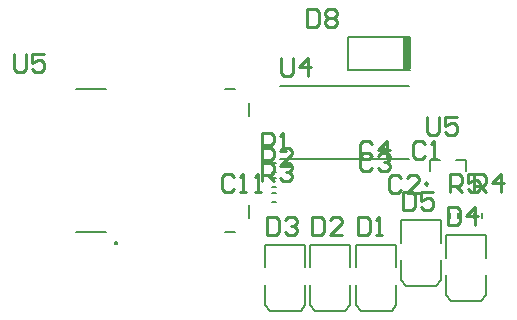
<source format=gbo>
G04 Layer_Color=32896*
%FSLAX25Y25*%
%MOIN*%
G70*
G01*
G75*
%ADD17C,0.01000*%
%ADD44C,0.00984*%
%ADD46C,0.00787*%
%ADD71R,0.03150X0.11024*%
D17*
X587984Y54523D02*
Y48524D01*
X590982D01*
X591982Y49524D01*
Y53523D01*
X590982Y54523D01*
X587984D01*
X593982Y48524D02*
X595981D01*
X594981D01*
Y54523D01*
X593982Y53523D01*
X557639Y54523D02*
Y48524D01*
X560638D01*
X561638Y49524D01*
Y53523D01*
X560638Y54523D01*
X557639D01*
X563637Y53523D02*
X564637Y54523D01*
X566637D01*
X567636Y53523D01*
Y52523D01*
X566637Y51523D01*
X565637D01*
X566637D01*
X567636Y50524D01*
Y49524D01*
X566637Y48524D01*
X564637D01*
X563637Y49524D01*
X572665Y54523D02*
Y48524D01*
X575664D01*
X576663Y49524D01*
Y53523D01*
X575664Y54523D01*
X572665D01*
X582661Y48524D02*
X578663D01*
X582661Y52523D01*
Y53523D01*
X581662Y54523D01*
X579662D01*
X578663Y53523D01*
X556098Y66365D02*
Y72363D01*
X559097D01*
X560097Y71363D01*
Y69364D01*
X559097Y68364D01*
X556098D01*
X558098D02*
X560097Y66365D01*
X562097Y71363D02*
X563096Y72363D01*
X565096D01*
X566095Y71363D01*
Y70363D01*
X565096Y69364D01*
X564096D01*
X565096D01*
X566095Y68364D01*
Y67364D01*
X565096Y66365D01*
X563096D01*
X562097Y67364D01*
X556098Y76387D02*
Y82385D01*
X559097D01*
X560097Y81386D01*
Y79386D01*
X559097Y78387D01*
X556098D01*
X558098D02*
X560097Y76387D01*
X562097D02*
X564096D01*
X563096D01*
Y82385D01*
X562097Y81386D01*
X556098Y71326D02*
Y77324D01*
X559097D01*
X560097Y76324D01*
Y74325D01*
X559097Y73325D01*
X556098D01*
X558098D02*
X560097Y71326D01*
X566095D02*
X562097D01*
X566095Y75325D01*
Y76324D01*
X565096Y77324D01*
X563096D01*
X562097Y76324D01*
X617900Y57798D02*
Y51800D01*
X620899D01*
X621899Y52800D01*
Y56798D01*
X620899Y57798D01*
X617900D01*
X626897Y51800D02*
Y57798D01*
X623898Y54799D01*
X627897D01*
X602900Y62798D02*
Y56800D01*
X605899D01*
X606899Y57800D01*
Y61798D01*
X605899Y62798D01*
X602900D01*
X612897D02*
X608898D01*
Y59799D01*
X610897Y60799D01*
X611897D01*
X612897Y59799D01*
Y57800D01*
X611897Y56800D01*
X609898D01*
X608898Y57800D01*
X618600Y62900D02*
Y68898D01*
X621599D01*
X622599Y67898D01*
Y65899D01*
X621599Y64899D01*
X618600D01*
X620599D02*
X622599Y62900D01*
X628597Y68898D02*
X624598D01*
Y65899D01*
X626597Y66899D01*
X627597D01*
X628597Y65899D01*
Y63900D01*
X627597Y62900D01*
X625598D01*
X624598Y63900D01*
X626600Y62900D02*
Y68898D01*
X629599D01*
X630599Y67898D01*
Y65899D01*
X629599Y64899D01*
X626600D01*
X628599D02*
X630599Y62900D01*
X635597D02*
Y68898D01*
X632598Y65899D01*
X636597D01*
X562400Y107498D02*
Y102500D01*
X563400Y101500D01*
X565399D01*
X566399Y102500D01*
Y107498D01*
X571397Y101500D02*
Y107498D01*
X568398Y104499D01*
X572397D01*
X473300Y108698D02*
Y103700D01*
X474300Y102700D01*
X476299D01*
X477299Y103700D01*
Y108698D01*
X483297D02*
X479298D01*
Y105699D01*
X481297Y106699D01*
X482297D01*
X483297Y105699D01*
Y103700D01*
X482297Y102700D01*
X480298D01*
X479298Y103700D01*
X610399Y78698D02*
X609399Y79698D01*
X607400D01*
X606400Y78698D01*
Y74700D01*
X607400Y73700D01*
X609399D01*
X610399Y74700D01*
X612398Y73700D02*
X614397D01*
X613398D01*
Y79698D01*
X612398Y78698D01*
X602294Y67571D02*
X601294Y68571D01*
X599295D01*
X598295Y67571D01*
Y63572D01*
X599295Y62572D01*
X601294D01*
X602294Y63572D01*
X608292Y62572D02*
X604293D01*
X608292Y66571D01*
Y67571D01*
X607292Y68571D01*
X605293D01*
X604293Y67571D01*
X592599Y74898D02*
X591599Y75898D01*
X589600D01*
X588600Y74898D01*
Y70900D01*
X589600Y69900D01*
X591599D01*
X592599Y70900D01*
X594598Y74898D02*
X595598Y75898D01*
X597597D01*
X598597Y74898D01*
Y73899D01*
X597597Y72899D01*
X596597D01*
X597597D01*
X598597Y71899D01*
Y70900D01*
X597597Y69900D01*
X595598D01*
X594598Y70900D01*
X592599Y78798D02*
X591599Y79798D01*
X589600D01*
X588600Y78798D01*
Y74800D01*
X589600Y73800D01*
X591599D01*
X592599Y74800D01*
X597597Y73800D02*
Y79798D01*
X594598Y76799D01*
X598597D01*
X546680Y67798D02*
X545680Y68798D01*
X543681D01*
X542681Y67798D01*
Y63800D01*
X543681Y62800D01*
X545680D01*
X546680Y63800D01*
X548679Y62800D02*
X550678D01*
X549679D01*
Y68798D01*
X548679Y67798D01*
X553678Y62800D02*
X555677D01*
X554677D01*
Y68798D01*
X553678Y67798D01*
X571073Y123949D02*
Y117950D01*
X574072D01*
X575072Y118950D01*
Y122949D01*
X574072Y123949D01*
X571073D01*
X577071Y122949D02*
X578071Y123949D01*
X580070D01*
X581070Y122949D01*
Y121949D01*
X580070Y120949D01*
X581070Y119950D01*
Y118950D01*
X580070Y117950D01*
X578071D01*
X577071Y118950D01*
Y119950D01*
X578071Y120949D01*
X577071Y121949D01*
Y122949D01*
X578071Y120949D02*
X580070D01*
X610900Y87698D02*
Y82700D01*
X611900Y81700D01*
X613899D01*
X614899Y82700D01*
Y87698D01*
X620897D02*
X616898D01*
Y84699D01*
X618897Y85699D01*
X619897D01*
X620897Y84699D01*
Y82700D01*
X619897Y81700D01*
X617898D01*
X616898Y82700D01*
D44*
X596327Y77004D02*
G03*
X596327Y77004I492J0D01*
G01*
X610421Y65472D02*
G03*
X610421Y65472I492J0D01*
G01*
D46*
X600780Y25039D02*
Y31732D01*
X588969Y23071D02*
X587394Y25039D01*
X600780D02*
X599205Y23071D01*
X587394Y25039D02*
Y31732D01*
X599205Y23071D02*
X588969D01*
X600780Y45118D02*
X587394D01*
X600780Y37638D02*
Y45118D01*
X587394Y37638D02*
Y45118D01*
X570465Y25039D02*
Y31732D01*
X558654Y23071D02*
X557079Y25039D01*
X570465D02*
X568890Y23071D01*
X557079Y25039D02*
Y31732D01*
X568890Y23071D02*
X558654D01*
X570465Y45118D02*
X557079D01*
X570465Y37638D02*
Y45118D01*
X557079Y37638D02*
Y45118D01*
X585425Y25039D02*
Y31732D01*
X573614Y23071D02*
X572039Y25039D01*
X585425D02*
X583850Y23071D01*
X572039Y25039D02*
Y31732D01*
X583850Y23071D02*
X573614D01*
X585425Y45118D02*
X572039D01*
X585425Y37638D02*
Y45118D01*
X572039Y37638D02*
Y45118D01*
X560787Y62378D02*
X559213D01*
X560787Y59622D02*
X559213D01*
X560787Y72378D02*
X559213D01*
X560787Y69622D02*
X559213D01*
X560787Y67378D02*
X559213D01*
X560787Y64622D02*
X559213D01*
X630693Y28354D02*
Y35047D01*
X618882Y26386D02*
X617307Y28354D01*
X630693D02*
X629118Y26386D01*
X617307Y28354D02*
Y35047D01*
X629118Y26386D02*
X618882D01*
X630693Y48433D02*
X617307D01*
X630693Y40953D02*
Y48433D01*
X617307Y40953D02*
Y48433D01*
X615693Y33354D02*
Y40047D01*
X603882Y31386D02*
X602307Y33354D01*
X615693D02*
X614118Y31386D01*
X602307Y33354D02*
Y40047D01*
X614118Y31386D02*
X603882D01*
X615693Y53433D02*
X602307D01*
X615693Y45953D02*
Y53433D01*
X602307Y45953D02*
Y53433D01*
X621378Y54213D02*
Y55787D01*
X618622Y54213D02*
Y55787D01*
X629378Y54213D02*
Y55787D01*
X626622Y54213D02*
Y55787D01*
X604890Y98146D02*
X562173D01*
X604890Y73854D02*
X562173D01*
X551646Y54252D02*
Y58583D01*
Y88110D02*
Y92441D01*
X504008Y97165D02*
X494165D01*
X504008Y49528D02*
X494165D01*
X546921D02*
X543772D01*
X546921Y97165D02*
X543772D01*
X605433Y103488D02*
X584567D01*
X605433Y114512D02*
X584567D01*
Y103488D02*
Y114512D01*
X624102Y73347D02*
X620756D01*
X624102Y69803D02*
Y73347D01*
X615244D02*
X611898D01*
Y69803D02*
Y73347D01*
X507748Y45394D02*
X507092D01*
Y46050D01*
X507748D01*
Y45394D01*
D71*
X604252Y109000D02*
D03*
M02*

</source>
